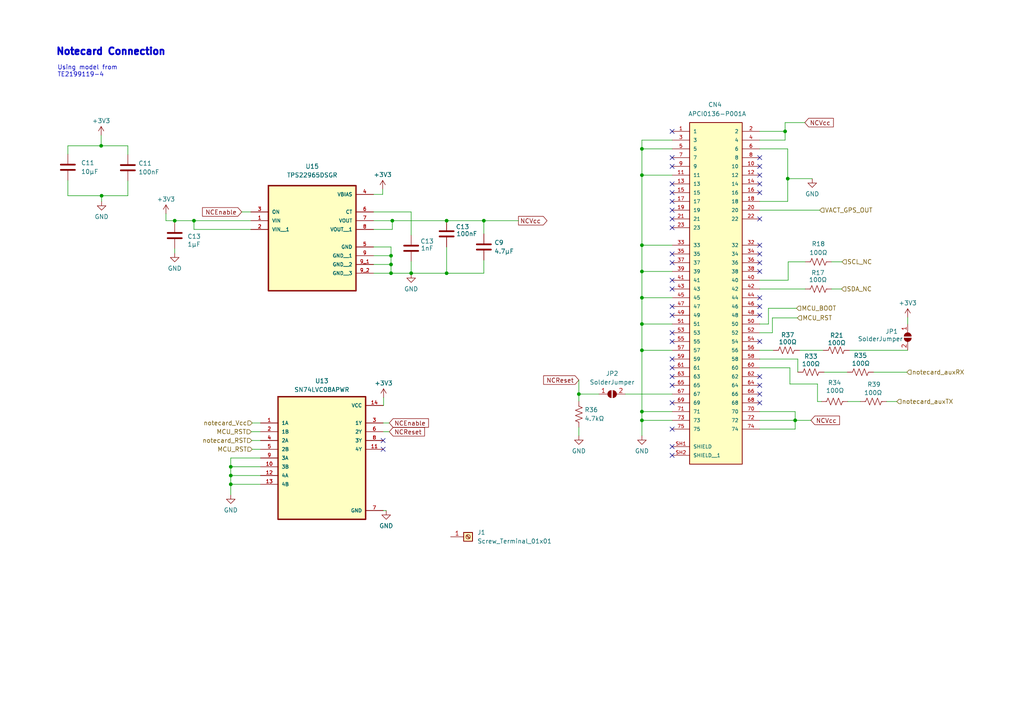
<source format=kicad_sch>
(kicad_sch (version 20230121) (generator eeschema)
  (paper "A4")
  (lib_symbols
    (symbol "2199119-4:2199119-4" (pin_names (offset 1.016))
      (property "Reference" "J" (at -7.6327 48.9766 0))
      (property "Value" "2199119-4" (at -7.6246 -53.3707 0))
      (symbol "2199119-4_0_0"
        (rectangle (start -7.62 -50.8) (end 7.62 48.26) (stroke (width 0.254)) (fill (type background)))
        (pin passive line (at -12.7 45.72 0) (length 5.08) (name "1") (number "1"))
        (pin passive line (at 12.7 35.56 180) (length 5.08) (name "10") (number "10"))
        (pin passive line (at -12.7 33.02 0) (length 5.08) (name "11") (number "11"))
        (pin passive line (at 12.7 33.02 180) (length 5.08) (name "12") (number "12"))
        (pin passive line (at -12.7 30.48 0) (length 5.08) (name "13") (number "13"))
        (pin passive line (at 12.7 30.48 180) (length 5.08) (name "14") (number "14"))
        (pin passive line (at -12.7 27.94 0) (length 5.08) (name "15") (number "15"))
        (pin passive line (at 12.7 27.94 180) (length 5.08) (name "16") (number "16"))
        (pin passive line (at -12.7 25.4 0) (length 5.08) (name "17") (number "17"))
        (pin passive line (at 12.7 25.4 180) (length 5.08) (name "18") (number "18"))
        (pin passive line (at -12.7 22.86 0) (length 5.08) (name "19") (number "19"))
        (pin passive line (at 12.7 45.72 180) (length 5.08) (name "2") (number "2"))
        (pin passive line (at 12.7 22.86 180) (length 5.08) (name "20") (number "20"))
        (pin passive line (at -12.7 20.32 0) (length 5.08) (name "21") (number "21"))
        (pin passive line (at 12.7 20.32 180) (length 5.08) (name "22") (number "22"))
        (pin passive line (at -12.7 17.78 0) (length 5.08) (name "23") (number "23"))
        (pin passive line (at -12.7 43.18 0) (length 5.08) (name "3") (number "3"))
        (pin passive line (at 12.7 12.7 180) (length 5.08) (name "32") (number "32"))
        (pin passive line (at -12.7 12.7 0) (length 5.08) (name "33") (number "33"))
        (pin passive line (at 12.7 10.16 180) (length 5.08) (name "34") (number "34"))
        (pin passive line (at -12.7 10.16 0) (length 5.08) (name "35") (number "35"))
        (pin passive line (at 12.7 7.62 180) (length 5.08) (name "36") (number "36"))
        (pin passive line (at -12.7 7.62 0) (length 5.08) (name "37") (number "37"))
        (pin passive line (at 12.7 5.08 180) (length 5.08) (name "38") (number "38"))
        (pin passive line (at -12.7 5.08 0) (length 5.08) (name "39") (number "39"))
        (pin passive line (at 12.7 43.18 180) (length 5.08) (name "4") (number "4"))
        (pin passive line (at 12.7 2.54 180) (length 5.08) (name "40") (number "40"))
        (pin passive line (at -12.7 2.54 0) (length 5.08) (name "41") (number "41"))
        (pin passive line (at 12.7 0 180) (length 5.08) (name "42") (number "42"))
        (pin passive line (at -12.7 0 0) (length 5.08) (name "43") (number "43"))
        (pin passive line (at 12.7 -2.54 180) (length 5.08) (name "44") (number "44"))
        (pin passive line (at -12.7 -2.54 0) (length 5.08) (name "45") (number "45"))
        (pin passive line (at 12.7 -5.08 180) (length 5.08) (name "46") (number "46"))
        (pin passive line (at -12.7 -5.08 0) (length 5.08) (name "47") (number "47"))
        (pin passive line (at 12.7 -7.62 180) (length 5.08) (name "48") (number "48"))
        (pin passive line (at -12.7 -7.62 0) (length 5.08) (name "49") (number "49"))
        (pin passive line (at -12.7 40.64 0) (length 5.08) (name "5") (number "5"))
        (pin passive line (at 12.7 -10.16 180) (length 5.08) (name "50") (number "50"))
        (pin passive line (at -12.7 -10.16 0) (length 5.08) (name "51") (number "51"))
        (pin passive line (at 12.7 -12.7 180) (length 5.08) (name "52") (number "52"))
        (pin passive line (at -12.7 -12.7 0) (length 5.08) (name "53") (number "53"))
        (pin passive line (at 12.7 -15.24 180) (length 5.08) (name "54") (number "54"))
        (pin passive line (at -12.7 -15.24 0) (length 5.08) (name "55") (number "55"))
        (pin passive line (at 12.7 -17.78 180) (length 5.08) (name "56") (number "56"))
        (pin passive line (at -12.7 -17.78 0) (length 5.08) (name "57") (number "57"))
        (pin passive line (at 12.7 -20.32 180) (length 5.08) (name "58") (number "58"))
        (pin passive line (at -12.7 -20.32 0) (length 5.08) (name "59") (number "59"))
        (pin passive line (at 12.7 40.64 180) (length 5.08) (name "6") (number "6"))
        (pin passive line (at 12.7 -22.86 180) (length 5.08) (name "60") (number "60"))
        (pin passive line (at -12.7 -22.86 0) (length 5.08) (name "61") (number "61"))
        (pin passive line (at 12.7 -25.4 180) (length 5.08) (name "62") (number "62"))
        (pin passive line (at -12.7 -25.4 0) (length 5.08) (name "63") (number "63"))
        (pin passive line (at 12.7 -27.94 180) (length 5.08) (name "64") (number "64"))
        (pin passive line (at -12.7 -27.94 0) (length 5.08) (name "65") (number "65"))
        (pin passive line (at 12.7 -30.48 180) (length 5.08) (name "66") (number "66"))
        (pin passive line (at -12.7 -30.48 0) (length 5.08) (name "67") (number "67"))
        (pin passive line (at 12.7 -33.02 180) (length 5.08) (name "68") (number "68"))
        (pin passive line (at -12.7 -33.02 0) (length 5.08) (name "69") (number "69"))
        (pin passive line (at -12.7 38.1 0) (length 5.08) (name "7") (number "7"))
        (pin passive line (at 12.7 -35.56 180) (length 5.08) (name "70") (number "70"))
        (pin passive line (at -12.7 -35.56 0) (length 5.08) (name "71") (number "71"))
        (pin passive line (at 12.7 -38.1 180) (length 5.08) (name "72") (number "72"))
        (pin passive line (at -12.7 -38.1 0) (length 5.08) (name "73") (number "73"))
        (pin passive line (at 12.7 -40.64 180) (length 5.08) (name "74") (number "74"))
        (pin passive line (at -12.7 -40.64 0) (length 5.08) (name "75") (number "75"))
        (pin passive line (at 12.7 38.1 180) (length 5.08) (name "8") (number "8"))
        (pin passive line (at -12.7 35.56 0) (length 5.08) (name "9") (number "9"))
        (pin passive line (at -12.7 -45.72 0) (length 5.08) (name "SHIELD") (number "SH1"))
        (pin passive line (at -12.7 -48.26 0) (length 5.08) (name "SHIELD__1") (number "SH2"))
      )
    )
    (symbol "Connector:Screw_Terminal_01x01" (pin_names (offset 1.016) hide)
      (property "Reference" "J" (at 0 2.54 0))
      (property "Value" "Screw_Terminal_01x01" (at 0 -2.54 0))
      (symbol "Screw_Terminal_01x01_1_1"
        (rectangle (start -1.27 1.27) (end 1.27 -1.27) (stroke (width 0.254)) (fill (type background)))
        (polyline (pts (xy -0.5334 0.3302) (xy 0.3302 -0.508)) (stroke (width 0.1524)))
        (polyline (pts (xy -0.3556 0.508) (xy 0.508 -0.3302)) (stroke (width 0.1524)))
        (circle (center 0 0) (radius 0.635) (stroke (width 0.1524)))
        (pin passive line (at -5.08 0 0) (length 3.81) (name "Pin_1") (number "1"))
      )
    )
    (symbol "Device:C" (pin_numbers hide) (pin_names (offset 0.254))
      (property "Reference" "C" (at 0.635 2.54 0))
      (property "Value" "C" (at 0.635 -2.54 0))
      (symbol "C_0_1"
        (polyline (pts (xy -2.032 -0.762) (xy 2.032 -0.762)) (stroke (width 0.508)))
        (polyline (pts (xy -2.032 0.762) (xy 2.032 0.762)) (stroke (width 0.508)))
      )
      (symbol "C_1_1"
        (pin passive line (at 0 3.81 270) (length 2.794) (name "~") (number "1"))
        (pin passive line (at 0 -3.81 90) (length 2.794) (name "~") (number "2"))
      )
    )
    (symbol "Device:R_US" (pin_numbers hide) (pin_names (offset 0))
      (property "Reference" "R" (at 2.54 0 90))
      (property "Value" "R_US" (at -2.54 0 90))
      (symbol "R_US_0_1"
        (polyline (pts (xy 0 -2.286) (xy 0 -2.54)))
        (polyline (pts (xy 0 2.286) (xy 0 2.54)))
        (polyline (pts (xy 0 -0.762) (xy 1.016 -1.143) (xy 0 -1.524) (xy -1.016 -1.905) (xy 0 -2.286)))
        (polyline (pts (xy 0 0.762) (xy 1.016 0.381) (xy 0 0) (xy -1.016 -0.381) (xy 0 -0.762)))
        (polyline (pts (xy 0 2.286) (xy 1.016 1.905) (xy 0 1.524) (xy -1.016 1.143) (xy 0 0.762)))
      )
      (symbol "R_US_1_1"
        (pin passive line (at 0 3.81 270) (length 1.27) (name "~") (number "1"))
        (pin passive line (at 0 -3.81 90) (length 1.27) (name "~") (number "2"))
      )
    )
    (symbol "Jumper:SolderJumper_2_Open" (pin_names (offset 0) hide)
      (property "Reference" "JP" (at 0 2.032 0))
      (property "Value" "SolderJumper_2_Open" (at 0 -2.54 0))
      (symbol "SolderJumper_2_Open_0_1"
        (arc (start -0.254 1.016) (mid -1.2656 0) (end -0.254 -1.016))
        (arc (start -0.254 1.016) (mid -1.2656 0) (end -0.254 -1.016) (fill (type outline)))
        (polyline (pts (xy -0.254 1.016) (xy -0.254 -1.016)))
        (polyline (pts (xy 0.254 1.016) (xy 0.254 -1.016)))
        (arc (start 0.254 -1.016) (mid 1.2656 0) (end 0.254 1.016))
        (arc (start 0.254 -1.016) (mid 1.2656 0) (end 0.254 1.016) (fill (type outline)))
      )
      (symbol "SolderJumper_2_Open_1_1"
        (pin passive line (at -3.81 0 0) (length 2.54) (name "A") (number "1"))
        (pin passive line (at 3.81 0 180) (length 2.54) (name "B") (number "2"))
      )
    )
    (symbol "SN74LVC08APWR:SN74LVC08APWR" (pin_names (offset 1.016))
      (property "Reference" "U" (at -12.7 18.78 0))
      (property "Value" "SN74LVC08APWR" (at -12.7 -21.78 0))
      (symbol "SN74LVC08APWR_0_0"
        (rectangle (start -12.7 -17.78) (end 12.7 17.78) (stroke (width 0.41)) (fill (type background)))
        (pin input line (at -17.78 10.16 0) (length 5.08) (name "1A") (number "1"))
        (pin input line (at -17.78 -2.54 0) (length 5.08) (name "3B") (number "10"))
        (pin output line (at 17.78 2.54 180) (length 5.08) (name "4Y") (number "11"))
        (pin input line (at -17.78 -5.08 0) (length 5.08) (name "4A") (number "12"))
        (pin input line (at -17.78 -7.62 0) (length 5.08) (name "4B") (number "13"))
        (pin power_in line (at 17.78 15.24 180) (length 5.08) (name "VCC") (number "14"))
        (pin input line (at -17.78 7.62 0) (length 5.08) (name "1B") (number "2"))
        (pin output line (at 17.78 10.16 180) (length 5.08) (name "1Y") (number "3"))
        (pin input line (at -17.78 5.08 0) (length 5.08) (name "2A") (number "4"))
        (pin input line (at -17.78 2.54 0) (length 5.08) (name "2B") (number "5"))
        (pin output line (at 17.78 7.62 180) (length 5.08) (name "2Y") (number "6"))
        (pin power_in line (at 17.78 -15.24 180) (length 5.08) (name "GND") (number "7"))
        (pin output line (at 17.78 5.08 180) (length 5.08) (name "3Y") (number "8"))
        (pin input line (at -17.78 0 0) (length 5.08) (name "3A") (number "9"))
      )
    )
    (symbol "TPS22965DSGR:TPS22965DSGR" (pin_names (offset 1.016))
      (property "Reference" "U" (at -12.7 11.16 0))
      (property "Value" "TPS22965DSGR" (at -12.7 -24.32 0))
      (symbol "TPS22965DSGR_0_0"
        (rectangle (start -12.7 -20.32) (end 12.7 10.16) (stroke (width 0.41)) (fill (type background)))
        (pin input line (at -17.78 0 0) (length 5.08) (name "VIN") (number "1"))
        (pin input line (at -17.78 -2.54 0) (length 5.08) (name "VIN__1") (number "2"))
        (pin input line (at -17.78 2.54 0) (length 5.08) (name "ON") (number "3"))
        (pin power_in line (at 17.78 7.62 180) (length 5.08) (name "VBIAS") (number "4"))
        (pin power_in line (at 17.78 -7.62 180) (length 5.08) (name "GND") (number "5"))
        (pin output line (at 17.78 2.54 180) (length 5.08) (name "CT") (number "6"))
        (pin output line (at 17.78 0 180) (length 5.08) (name "VOUT") (number "7"))
        (pin output line (at 17.78 -2.54 180) (length 5.08) (name "VOUT__1") (number "8"))
        (pin power_in line (at 17.78 -10.16 180) (length 5.08) (name "GND__1") (number "9"))
        (pin power_in line (at 17.78 -12.7 180) (length 5.08) (name "GND__2") (number "9_1"))
        (pin power_in line (at 17.78 -15.24 180) (length 5.08) (name "GND__3") (number "9_2"))
      )
    )
    (symbol "power:+3V3" (power) (pin_names (offset 0))
      (property "Value" "+3V3" (at 0 3.556 0))
      (symbol "+3V3_0_1"
        (polyline (pts (xy -0.762 1.27) (xy 0 2.54)))
        (polyline (pts (xy 0 0) (xy 0 2.54)))
        (polyline (pts (xy 0 2.54) (xy 0.762 1.27)))
      )
      (symbol "+3V3_1_1"
        (pin power_in line (at 0 0 90) (length 0) hide (name "+3V3") (number "1"))
      )
    )
    (symbol "power:GND" (power) (pin_names (offset 0))
      (property "Value" "GND" (at 0 -3.81 0))
      (symbol "GND_0_1"
        (polyline (pts (xy 0 0) (xy 0 -1.27) (xy 1.27 -1.27) (xy 0 -2.54) (xy -1.27 -1.27) (xy 0 -1.27)))
      )
      (symbol "GND_1_1"
        (pin power_in line (at 0 0 270) (length 0) hide (name "GND") (number "1"))
      )
    )
  )
  (junction (at 228.473 51.816))
  (junction (at 66.929 140.462))
  (junction (at 186.182 50.8))
  (junction (at 186.182 101.6))
  (junction (at 66.929 135.382))
  (junction (at 227.711 38.1))
  (junction (at 56.261 64.008))
  (junction (at 119.253 79.248))
  (junction (at 167.894 114.3))
  (junction (at 186.182 71.12))
  (junction (at 29.337 42.291))
  (junction (at 230.632 121.92))
  (junction (at 113.792 64.008))
  (junction (at 29.464 56.769))
  (junction (at 186.182 119.38))
  (junction (at 186.182 78.74))
  (junction (at 129.54 64.008))
  (junction (at 113.411 76.708))
  (junction (at 186.182 93.98))
  (junction (at 129.54 79.248))
  (junction (at 140.335 64.008))
  (junction (at 186.182 43.18))
  (junction (at 113.411 74.168))
  (junction (at 186.182 86.36))
  (junction (at 186.182 121.92))
  (junction (at 50.673 64.008))
  (junction (at 66.929 137.922))
  (junction (at 113.411 79.248))
  (no_connect (at 194.945 48.26))
  (no_connect (at 194.945 132.08))
  (no_connect (at 194.945 96.52))
  (no_connect (at 220.345 55.88))
  (no_connect (at 194.945 129.54))
  (no_connect (at 194.945 81.28))
  (no_connect (at 194.945 38.1))
  (no_connect (at 194.945 58.42))
  (no_connect (at 194.945 111.76))
  (no_connect (at 220.345 45.72))
  (no_connect (at 194.945 76.2))
  (no_connect (at 194.945 116.84))
  (no_connect (at 220.345 71.12))
  (no_connect (at 220.345 116.84))
  (no_connect (at 220.345 76.2))
  (no_connect (at 220.345 99.06))
  (no_connect (at 194.945 104.14))
  (no_connect (at 194.945 124.46))
  (no_connect (at 220.345 53.34))
  (no_connect (at 220.345 91.44))
  (no_connect (at 194.945 88.9))
  (no_connect (at 194.945 53.34))
  (no_connect (at 220.345 86.36))
  (no_connect (at 111.125 127.762))
  (no_connect (at 194.945 83.82))
  (no_connect (at 111.125 130.302))
  (no_connect (at 220.345 50.8))
  (no_connect (at 220.345 109.22))
  (no_connect (at 194.945 99.06))
  (no_connect (at 194.945 66.04))
  (no_connect (at 220.345 88.9))
  (no_connect (at 194.945 109.22))
  (no_connect (at 194.945 60.96))
  (no_connect (at 220.345 63.5))
  (no_connect (at 194.945 45.72))
  (no_connect (at 220.345 114.3))
  (no_connect (at 194.945 63.5))
  (no_connect (at 194.945 91.44))
  (no_connect (at 220.345 48.26))
  (no_connect (at 194.945 55.88))
  (no_connect (at 220.345 111.76))
  (no_connect (at 220.345 78.74))
  (no_connect (at 194.945 106.68))
  (no_connect (at 220.345 73.66))
  (no_connect (at 194.945 73.66))
  (wire (pts (xy 194.945 121.92) (xy 186.182 121.92)))
  (wire (pts (xy 220.345 81.28) (xy 228.6 81.28)))
  (wire (pts (xy 111.125 122.682) (xy 112.903 122.682)))
  (wire (pts (xy 186.182 50.8) (xy 186.182 71.12)))
  (wire (pts (xy 113.792 64.008) (xy 108.331 64.008)))
  (wire (pts (xy 129.54 71.628) (xy 129.54 79.248)))
  (wire (pts (xy 239.014 107.95) (xy 245.745 107.95)))
  (wire (pts (xy 72.898 125.222) (xy 75.565 125.222)))
  (wire (pts (xy 186.182 43.18) (xy 186.182 50.8)))
  (wire (pts (xy 111.252 117.602) (xy 111.125 117.602)))
  (wire (pts (xy 29.464 56.769) (xy 37.084 56.769)))
  (wire (pts (xy 220.345 60.96) (xy 237.744 60.96)))
  (wire (pts (xy 112.903 125.222) (xy 111.125 125.222)))
  (wire (pts (xy 50.673 64.008) (xy 56.261 64.008)))
  (wire (pts (xy 228.6 75.946) (xy 233.553 75.946)))
  (wire (pts (xy 70.104 61.468) (xy 72.771 61.468)))
  (wire (pts (xy 167.894 114.3) (xy 173.736 114.3)))
  (wire (pts (xy 237.109 116.459) (xy 238.252 116.459)))
  (wire (pts (xy 229.108 106.68) (xy 229.108 111.379)))
  (wire (pts (xy 108.331 79.248) (xy 113.411 79.248)))
  (wire (pts (xy 194.945 78.74) (xy 186.182 78.74)))
  (wire (pts (xy 194.945 43.18) (xy 186.182 43.18)))
  (wire (pts (xy 29.337 42.291) (xy 29.337 39.243)))
  (wire (pts (xy 19.685 52.324) (xy 19.685 56.769)))
  (wire (pts (xy 29.464 56.769) (xy 29.464 58.42)))
  (wire (pts (xy 19.685 42.291) (xy 29.337 42.291)))
  (wire (pts (xy 186.182 71.12) (xy 194.945 71.12)))
  (wire (pts (xy 231.013 89.408) (xy 222.885 89.408)))
  (wire (pts (xy 231.902 101.6) (xy 238.76 101.6)))
  (wire (pts (xy 263.017 107.95) (xy 253.365 107.95)))
  (wire (pts (xy 228.473 43.18) (xy 228.473 51.816)))
  (wire (pts (xy 113.411 71.628) (xy 113.411 74.168)))
  (wire (pts (xy 66.929 137.922) (xy 66.929 140.462)))
  (wire (pts (xy 56.261 66.548) (xy 72.771 66.548)))
  (wire (pts (xy 73.152 122.682) (xy 75.565 122.682)))
  (wire (pts (xy 263.271 92.075) (xy 263.271 93.98)))
  (wire (pts (xy 140.335 64.008) (xy 150.368 64.008)))
  (wire (pts (xy 228.473 51.816) (xy 235.585 51.816)))
  (wire (pts (xy 227.711 38.1) (xy 227.711 40.64)))
  (wire (pts (xy 194.945 93.98) (xy 186.182 93.98)))
  (wire (pts (xy 108.331 76.708) (xy 113.411 76.708)))
  (wire (pts (xy 29.337 42.291) (xy 37.084 42.291)))
  (wire (pts (xy 186.182 101.6) (xy 186.182 119.38)))
  (wire (pts (xy 237.109 111.379) (xy 237.109 116.459)))
  (wire (pts (xy 113.792 64.008) (xy 113.792 66.548)))
  (wire (pts (xy 227.711 35.56) (xy 227.711 38.1)))
  (wire (pts (xy 233.426 35.56) (xy 227.711 35.56)))
  (wire (pts (xy 113.792 64.008) (xy 129.54 64.008)))
  (wire (pts (xy 220.345 121.92) (xy 230.632 121.92)))
  (wire (pts (xy 220.345 124.46) (xy 230.632 124.46)))
  (wire (pts (xy 50.673 64.008) (xy 50.673 64.516)))
  (wire (pts (xy 194.945 101.6) (xy 186.182 101.6)))
  (wire (pts (xy 73.152 130.302) (xy 75.565 130.302)))
  (wire (pts (xy 167.894 110.236) (xy 167.894 114.3)))
  (wire (pts (xy 129.54 64.008) (xy 140.335 64.008)))
  (wire (pts (xy 108.331 66.548) (xy 113.792 66.548)))
  (wire (pts (xy 186.182 86.36) (xy 186.182 93.98)))
  (wire (pts (xy 48.133 64.008) (xy 50.673 64.008)))
  (wire (pts (xy 186.182 78.74) (xy 186.182 86.36)))
  (wire (pts (xy 230.632 119.38) (xy 230.632 121.92)))
  (wire (pts (xy 245.872 116.459) (xy 249.555 116.459)))
  (wire (pts (xy 19.685 44.704) (xy 19.685 42.291)))
  (wire (pts (xy 111.252 115.316) (xy 111.252 117.602)))
  (wire (pts (xy 241.173 75.946) (xy 244.221 75.946)))
  (wire (pts (xy 220.345 96.52) (xy 224.028 96.52)))
  (wire (pts (xy 113.411 74.168) (xy 113.411 76.708)))
  (wire (pts (xy 186.182 40.64) (xy 186.182 43.18)))
  (wire (pts (xy 186.182 71.12) (xy 186.182 78.74)))
  (wire (pts (xy 48.133 61.976) (xy 48.133 64.008)))
  (wire (pts (xy 110.998 56.388) (xy 108.331 56.388)))
  (wire (pts (xy 229.108 111.379) (xy 237.109 111.379)))
  (wire (pts (xy 56.261 64.008) (xy 72.771 64.008)))
  (wire (pts (xy 186.182 93.98) (xy 186.182 101.6)))
  (wire (pts (xy 108.331 71.628) (xy 113.411 71.628)))
  (wire (pts (xy 220.345 38.1) (xy 227.711 38.1)))
  (wire (pts (xy 66.929 143.51) (xy 66.929 140.462)))
  (wire (pts (xy 222.885 89.408) (xy 222.885 93.98)))
  (wire (pts (xy 167.894 114.3) (xy 167.894 116.332)))
  (wire (pts (xy 140.335 75.438) (xy 140.335 79.248)))
  (wire (pts (xy 108.331 74.168) (xy 113.411 74.168)))
  (wire (pts (xy 246.38 101.6) (xy 263.271 101.6)))
  (wire (pts (xy 167.894 123.952) (xy 167.894 126.365)))
  (wire (pts (xy 194.945 86.36) (xy 186.182 86.36)))
  (wire (pts (xy 37.084 42.291) (xy 37.084 44.831)))
  (wire (pts (xy 66.929 135.382) (xy 66.929 137.922)))
  (wire (pts (xy 75.565 140.462) (xy 66.929 140.462)))
  (wire (pts (xy 66.929 132.842) (xy 66.929 135.382)))
  (wire (pts (xy 220.345 43.18) (xy 228.473 43.18)))
  (wire (pts (xy 220.345 106.68) (xy 229.108 106.68)))
  (wire (pts (xy 119.253 68.199) (xy 119.253 61.468)))
  (wire (pts (xy 220.345 119.38) (xy 230.632 119.38)))
  (wire (pts (xy 113.411 79.248) (xy 119.253 79.248)))
  (wire (pts (xy 66.929 135.382) (xy 75.565 135.382)))
  (wire (pts (xy 222.885 93.98) (xy 220.345 93.98)))
  (wire (pts (xy 194.945 119.38) (xy 186.182 119.38)))
  (wire (pts (xy 37.084 56.769) (xy 37.084 52.451)))
  (wire (pts (xy 220.345 83.82) (xy 233.553 83.82)))
  (wire (pts (xy 56.261 64.008) (xy 56.261 66.548)))
  (wire (pts (xy 119.253 79.248) (xy 119.253 79.375)))
  (wire (pts (xy 119.253 75.819) (xy 119.253 79.248)))
  (wire (pts (xy 220.345 104.14) (xy 231.394 104.14)))
  (wire (pts (xy 110.998 54.864) (xy 110.998 56.388)))
  (wire (pts (xy 220.345 40.64) (xy 227.711 40.64)))
  (wire (pts (xy 50.673 72.136) (xy 50.673 73.406)))
  (wire (pts (xy 220.345 101.6) (xy 224.282 101.6)))
  (wire (pts (xy 113.411 76.708) (xy 113.411 79.248)))
  (wire (pts (xy 230.632 121.92) (xy 235.204 121.92)))
  (wire (pts (xy 140.335 79.248) (xy 129.54 79.248)))
  (wire (pts (xy 230.632 121.92) (xy 230.632 124.46)))
  (wire (pts (xy 194.945 50.8) (xy 186.182 50.8)))
  (wire (pts (xy 73.025 127.762) (xy 75.565 127.762)))
  (wire (pts (xy 186.182 119.38) (xy 186.182 121.92)))
  (wire (pts (xy 186.182 40.64) (xy 194.945 40.64)))
  (wire (pts (xy 66.929 137.922) (xy 75.565 137.922)))
  (wire (pts (xy 19.685 56.769) (xy 29.464 56.769)))
  (wire (pts (xy 228.6 81.28) (xy 228.6 75.946)))
  (wire (pts (xy 75.565 132.842) (xy 66.929 132.842)))
  (wire (pts (xy 186.182 121.92) (xy 186.182 126.365)))
  (wire (pts (xy 119.253 61.468) (xy 108.331 61.468)))
  (wire (pts (xy 224.028 92.202) (xy 224.028 96.52)))
  (wire (pts (xy 257.175 116.459) (xy 260.096 116.459)))
  (wire (pts (xy 140.335 67.818) (xy 140.335 64.008)))
  (wire (pts (xy 111.125 148.082) (xy 112.014 148.082)))
  (wire (pts (xy 220.345 58.42) (xy 228.473 58.42)))
  (wire (pts (xy 129.54 79.248) (xy 119.253 79.248)))
  (wire (pts (xy 228.473 58.42) (xy 228.473 51.816)))
  (wire (pts (xy 231.267 92.202) (xy 224.028 92.202)))
  (wire (pts (xy 181.356 114.3) (xy 194.945 114.3)))
  (wire (pts (xy 231.394 104.14) (xy 231.394 107.95)))
  (wire (pts (xy 241.173 83.82) (xy 244.094 83.82)))
  (text "Using model from \nTE2199119-4" (at 16.637 22.479 0) (effects (font (size 1.27 1.27)) (justify left bottom)))
  (text "Notecard Connection" (at 16.129 16.256 0) (effects (font (size 2 2) (thickness 0.508) bold) (justify left bottom)))
  (global_label "NCEnable" (shape input) (at 112.903 122.682 0) (property "Intersheetrefs" "${INTERSHEET_REFS}" (effects hide)))
  (global_label "NCVcc" (shape output) (at 150.368 64.008 0) (property "Intersheetrefs" "${INTERSHEET_REFS}" (effects hide)))
  (global_label "NCReset" (shape input) (at 112.903 125.222 0) (property "Intersheetrefs" "${INTERSHEET_REFS}" (effects hide)))
  (global_label "NCVcc" (shape input) (at 233.426 35.56 0) (property "Intersheetrefs" "${INTERSHEET_REFS}" (effects hide)))
  (global_label "NCReset" (shape input) (at 167.894 110.236 180) (property "Intersheetrefs" "${INTERSHEET_REFS}" (effects hide)))
  (global_label "NCEnable" (shape input) (at 70.104 61.468 180) (property "Intersheetrefs" "${INTERSHEET_REFS}" (effects hide)))
  (global_label "NCVcc" (shape input) (at 235.204 121.92 0) (property "Intersheetrefs" "${INTERSHEET_REFS}" (effects hide)))
  (hierarchical_label "MCU_RST" (shape input) (at 72.898 125.222 180))
  (hierarchical_label "SCL_NC" (shape input) (at 244.221 75.946 0))
  (hierarchical_label "MCU_RST" (shape input) (at 73.152 130.302 180))
  (hierarchical_label "notecard_auxTX" (shape input) (at 260.096 116.459 0))
  (hierarchical_label "MCU_BOOT" (shape input) (at 231.013 89.408 0))
  (hierarchical_label "notecard_RST" (shape input) (at 73.025 127.762 180))
  (hierarchical_label "notecard_auxRX" (shape input) (at 263.017 107.95 0))
  (hierarchical_label "VACT_GPS_OUT" (shape input) (at 237.744 60.96 0))
  (hierarchical_label "SDA_NC" (shape input) (at 244.094 83.82 0))
  (hierarchical_label "MCU_RST" (shape input) (at 231.267 92.202 0))
  (hierarchical_label "notecard_Vcc" (shape input) (at 73.152 122.682 180))
  (symbol (lib_id "Device:C") (at 129.54 67.818 0) (unit 1)
    (property "Reference" "C13" (at 132.207 65.786 0) (effects (justify left)))
    (property "Value" "100nF" (at 132.334 67.818 0) (effects (justify left)))
    (property "Footprint" "Capacitor_SMD:C_0603_1608Metric" (effects hide))
    (property "Manufacturer" "YAGEO" (effects hide))
    (property "MFG Part#" "CC0603KRX7R9BB104" (effects hide))
    (property "Description" "50V 100nF X7R ±10% 0603 Multilayer Ceramic Capacitors MLCC - SMD/SMT ROHS" (effects hide))
    (property "Package" "0603" (effects hide))
    (property "LCSC" "C14663" (effects hide))
    (instances (project "Taz Main PCB V1.14" (path "" (reference "C13") (unit 1)) (path "" (reference "C13") (unit 1)) (path "" (reference "C29") (unit 1))))
  )
  (symbol (lib_id "Device:C") (at 37.084 48.641 0) (unit 1)
    (property "Reference" "C11" (at 40.132 47.371 0) (effects (justify left)))
    (property "Value" "100nF" (at 40.132 49.911 0) (effects (justify left)))
    (property "Footprint" "Capacitor_SMD:C_0603_1608Metric" (effects hide))
    (property "Manufacturer" "YAGEO" (effects hide))
    (property "MFG Part#" "CC0603KRX7R9BB104" (effects hide))
    (property "Description" "50V 100nF X7R ±10% 0603 Multilayer Ceramic Capacitors MLCC - SMD/SMT ROHS" (effects hide))
    (property "Package" "0603" (effects hide))
    (property "LCSC" "C14663" (effects hide))
    (instances (project "Taz Main PCB V1.14" (path "" (reference "C11") (unit 1)) (path "" (reference "C19") (unit 1))))
  )
  (symbol (lib_id "Device:R_US") (at 167.894 120.142 0) (unit 1)
    (property "Reference" "R36" (at 169.545 118.872 0) (effects (justify left)))
    (property "Value" "4.7kΩ" (at 169.545 121.412 0) (effects (justify left)))
    (property "Footprint" "Resistor_SMD:R_0805_2012Metric" (effects hide))
    (property "Manufacturer" "YAGEO" (effects hide))
    (property "MFG Part#" "RC0805FR-074K7L" (effects hide))
    (property "Description" "125mW Thick Film Resistor 150V ±100ppm/℃ ±1% 4.7kΩ 0805 Chip Resistor - Surface Mount ROHS" (effects hide))
    (property "Package" "0805" (effects hide))
    (property "LCSC" "C60816" (effects hide))
  )
  (symbol (lib_id "TPS22965DSGR:TPS22965DSGR") (at 90.551 64.008 0) (unit 1)
    (property "Reference" "U15" (at 90.551 48.26 0))
    (property "Value" "TPS22965DSGR" (at 90.551 50.8 0))
    (property "Footprint" "TPS22965DSGR(1):SON50P200X200X80-9N" (effects hide))
    (property "Datasheet" "https://lcsc.com/datasheet/lcsc_datasheet_2410121901_TI-TPS22965DSGR_C122837.pdf" (effects hide))
    (property "Manufacturer" "TI" (effects hide))
    (property "MFG Part#" "TPS22965DSGR" (effects hide))
    (property "Description" "800mV~5.7V 16mΩ 6A Active High 1 Load Switch UDFN-8-EP(2x2) Power Distribution Switches ROHS" (effects hide))
    (property "Package" "UDFN-8-EP(2x2)" (effects hide))
    (property "LCSC" "C122837" (effects hide))
  )
  (symbol (lib_id "Device:C") (at 19.685 48.514 0) (unit 1)
    (property "Reference" "C11" (at 23.495 47.244 0) (effects (justify left)))
    (property "Value" "10µF" (at 23.495 49.784 0) (effects (justify left)))
    (property "Footprint" "Capacitor_SMD:C_0805_2012Metric" (effects hide))
    (property "Manufacturer" "Samsung Electro-Mechanics" (effects hide))
    (property "MFG Part#" "CL21A106KBYQNNE" (effects hide))
    (property "Description" "50V 10uF X5R ±10% 0805 Multilayer Ceramic Capacitors MLCC - SMD/SMT ROHS" (effects hide))
    (property "Package" "0805" (effects hide))
    (property "LCSC" "C2932476" (effects hide))
    (instances (project "Taz Main PCB V1.14" (path "" (reference "C11") (unit 1)) (path "" (reference "C24") (unit 1))))
  )
  (symbol (lib_id "power:GND") (at 50.673 73.406 0) (unit 1)
    (property "Reference" "#PWR038" (effects hide))
    (property "Value" "GND" (at 50.673 77.851 0))
    (instances (project "Taz Main PCB V1.14" (path "" (reference "#PWR038") (unit 1)) (path "" (reference "#PWR082") (unit 1))))
  )
  (symbol (lib_id "power:GND") (at 186.182 126.365 0) (unit 1)
    (property "Reference" "#PWR038" (effects hide))
    (property "Value" "GND" (at 186.182 130.81 0))
    (instances (project "Taz Main PCB V1.14" (path "" (reference "#PWR038") (unit 1)) (path "" (reference "#PWR042") (unit 1))))
  )
  (symbol (lib_id "Jumper:SolderJumper_2_Open") (at 263.271 97.79 270) (unit 1)
    (property "Reference" "JP1" (at 256.794 96.139 90) (effects (justify left)))
    (property "Value" "SolderJumper" (at 248.793 98.298 90) (effects (justify left)))
    (property "Footprint" "Jumper:SolderJumper-2_P1.3mm_Open_Pad1.0x1.5mm" (effects hide))
    (instances (project "Taz Main PCB V1.14" (path "" (reference "JP1") (unit 1)) (path "" (reference "JP4") (unit 1))))
  )
  (symbol (lib_id "2199119-4:2199119-4") (at 207.645 83.82 0) (unit 1)
    (property "Reference" "CN4" (at 207.391 30.353 0))
    (property "Value" "APCI0136-P001A" (at 208.026 33.02 0))
    (property "Footprint" "2199119_4(1):TE_2199119-4" (effects hide))
    (property "Datasheet" "https://lcsc.com/datasheet/lcsc_datasheet_2412090915_LOTES-APCI0136-P001A_C841670.pdf" (effects hide))
    (property "Manufacturer" "LOTES" (effects hide))
    (property "MFG Part#" "APCI0136-P001A" (effects hide))
    (property "Description" "SMD,P=0.5mm,Surface Mount,Right Angle Hard Disk Connector (SAS/SATA/M.2) ROHS" (effects hide))
    (property "Package" "SMD,P=0.5mm,Surface Mount,Right Angle" (effects hide))
    (property "LCSC" "C841670" (effects hide))
  )
  (symbol (lib_id "Device:C") (at 140.335 71.628 0) (unit 1)
    (property "Reference" "C9" (at 143.383 70.358 0) (effects (justify left)))
    (property "Value" "4.7µF" (at 143.383 72.898 0) (effects (justify left)))
    (property "Footprint" "Capacitor_SMD:C_0402_1005Metric" (effects hide))
    (property "Manufacturer" "Samsung Electro-Mechanics" (effects hide))
    (property "MFG Part#" "CL05A475MP5NRNC" (effects hide))
    (property "Description" "10V 4.7uF X5R ±20% 0402 Multilayer Ceramic Capacitors MLCC - SMD/SMT ROHS" (effects hide))
    (property "Package" "0402" (effects hide))
    (property "LCSC" "C23733" (effects hide))
    (instances (project "Taz Main PCB V1.14" (path "" (reference "C9") (unit 1)) (path "" (reference "C9") (unit 1)) (path "" (reference "C34") (unit 1))))
  )
  (symbol (lib_id "power:GND") (at 66.929 143.51 0) (unit 1)
    (property "Reference" "#PWR038" (effects hide))
    (property "Value" "GND" (at 66.929 147.955 0))
    (instances (project "Taz Main PCB V1.14" (path "" (reference "#PWR038") (unit 1)) (path "" (reference "#PWR083") (unit 1))))
  )
  (symbol (lib_id "Device:C") (at 50.673 68.326 0) (unit 1)
    (property "Reference" "C13" (at 54.356 68.58 0) (effects (justify left)))
    (property "Value" "1µF" (at 54.356 70.866 0) (effects (justify left)))
    (property "Footprint" "Capacitor_SMD:C_0603_1608Metric" (effects hide))
    (property "Manufacturer" "Samsung Electro-Mechanics" (effects hide))
    (property "MFG Part#" "CL10A105KA8NNNC" (effects hide))
    (property "Description" "25V 1uF X5R ±10% 0603 Multilayer Ceramic Capacitors MLCC - SMD/SMT ROHS" (effects hide))
    (property "Package" "0603" (effects hide))
    (property "LCSC" "C5673" (effects hide))
    (instances (project "Taz Main PCB V1.14" (path "" (reference "C13") (unit 1)) (path "" (reference "C13") (unit 1)) (path "" (reference "C28") (unit 1))))
  )
  (symbol (lib_id "power:GND") (at 112.014 148.082 0) (unit 1)
    (property "Reference" "#PWR038" (effects hide))
    (property "Value" "GND" (at 112.014 152.527 0))
    (instances (project "Taz Main PCB V1.14" (path "" (reference "#PWR038") (unit 1)) (path "" (reference "#PWR080") (unit 1))))
  )
  (symbol (lib_id "power:+3V3") (at 111.252 115.316 0) (unit 1)
    (property "Reference" "#PWR035" (effects hide))
    (property "Value" "+3V3" (at 111.252 111.125 0))
    (instances (project "Taz Main PCB V1.14" (path "" (reference "#PWR035") (unit 1)) (path "" (reference "#PWR079") (unit 1))))
  )
  (symbol (lib_id "Device:R_US") (at 237.363 75.946 90) (unit 1)
    (property "Reference" "R18" (at 237.363 70.739 90))
    (property "Value" "100Ω" (at 237.363 73.279 90))
    (property "Footprint" "Resistor_SMD:R_0805_2012Metric" (effects hide))
    (property "Manufacturer" "UNI-ROYAL" (effects hide))
    (property "MFG Part#" "0805W8F1000T5E" (effects hide))
    (property "Description" "125mW Thick Film Resistor 150V ±100ppm/℃ ±1% 100Ω 0805 Chip Resistor - Surface Mount ROHS" (effects hide))
    (property "Package" "0805" (effects hide))
    (property "LCSC" "C17408" (effects hide))
  )
  (symbol (lib_id "Device:R_US") (at 242.57 101.6 90) (unit 1)
    (property "Reference" "R21" (at 242.697 97.282 90))
    (property "Value" "100Ω" (at 242.697 99.441 90))
    (property "Footprint" "Resistor_SMD:R_0603_1608Metric" (effects hide))
    (property "Manufacturer" "UNI-ROYAL" (effects hide))
    (property "MFG Part#" "0603WAF1000T5E" (effects hide))
    (property "Description" "100mW Thick Film Resistor 75V ±1% ±100ppm/℃ 100Ω 0603 Chip Resistor - Surface Mount ROHS" (effects hide))
    (property "Package" "0603" (effects hide))
    (property "LCSC" "C22775" (effects hide))
  )
  (symbol (lib_id "power:GND") (at 119.253 79.375 0) (unit 1)
    (property "Reference" "#PWR038" (effects hide))
    (property "Value" "GND" (at 119.253 83.82 0))
    (instances (project "Taz Main PCB V1.14" (path "" (reference "#PWR038") (unit 1)) (path "" (reference "#PWR043") (unit 1))))
  )
  (symbol (lib_id "Connector:Screw_Terminal_01x01") (at 135.763 155.702 0) (unit 1)
    (property "Reference" "J1" (at 138.43 154.432 0) (effects (justify left)))
    (property "Value" "Screw_Terminal_01x01" (at 138.43 156.972 0) (effects (justify left)))
    (property "Footprint" "RootCustomizeFootprint:Round nut stand off" (effects hide))
    (property "Datasheet" "https://www.lcsc.com/datasheet/C2915632.pdf" (effects hide))
    (property "Manufacturer" "ZHONGYI" (effects hide))
    (property "MFG Part#" "M3*2.5-cu" (effects hide))
    (property "Description" "M3*2.5 Tin-Plated Copper - Patch round nut" (effects hide))
    (property "LCSC" "C7528082" (effects hide))
  )
  (symbol (lib_id "power:GND") (at 167.894 126.365 0) (unit 1)
    (property "Reference" "#PWR039" (effects hide))
    (property "Value" "GND" (at 167.894 130.81 0))
    (instances (project "Taz Main PCB V1.14" (path "" (reference "#PWR039") (unit 1)) (path "" (reference "#PWR041") (unit 1))))
  )
  (symbol (lib_id "Device:R_US") (at 253.365 116.459 90) (unit 1)
    (property "Reference" "R39" (at 253.492 111.506 90))
    (property "Value" "100Ω" (at 253.238 113.919 90))
    (property "Footprint" "Resistor_SMD:R_0603_1608Metric" (effects hide))
    (property "Manufacturer" "UNI-ROYAL" (effects hide))
    (property "MFG Part#" "0603WAF1000T5E" (effects hide))
    (property "Description" "100mW Thick Film Resistor 75V ±1% ±100ppm/℃ 100Ω 0603 Chip Resistor - Surface Mount ROHS" (effects hide))
    (property "Package" "0603" (effects hide))
    (property "LCSC" "C22775" (effects hide))
  )
  (symbol (lib_id "Device:R_US") (at 242.062 116.459 90) (unit 1)
    (property "Reference" "R34" (at 242.062 110.998 90))
    (property "Value" "100Ω" (at 242.189 113.284 90))
    (property "Footprint" "Resistor_SMD:R_0603_1608Metric" (effects hide))
    (property "Manufacturer" "UNI-ROYAL" (effects hide))
    (property "MFG Part#" "0603WAF1000T5E" (effects hide))
    (property "Description" "100mW Thick Film Resistor 75V ±1% ±100ppm/℃ 100Ω 0603 Chip Resistor - Surface Mount ROHS" (effects hide))
    (property "Package" "0603" (effects hide))
    (property "LCSC" "C22775" (effects hide))
  )
  (symbol (lib_id "power:GND") (at 29.464 58.42 0) (unit 1)
    (property "Reference" "#PWR038" (effects hide))
    (property "Value" "GND" (at 29.464 62.865 0))
    (instances (project "Taz Main PCB V1.14" (path "" (reference "#PWR038") (unit 1)) (path "" (reference "#PWR036") (unit 1))))
  )
  (symbol (lib_id "Device:R_US") (at 235.204 107.95 90) (unit 1)
    (property "Reference" "R33" (at 235.204 103.378 90))
    (property "Value" "100Ω" (at 235.204 105.537 90))
    (property "Footprint" "Resistor_SMD:R_0603_1608Metric" (effects hide))
    (property "Manufacturer" "UNI-ROYAL" (effects hide))
    (property "MFG Part#" "0603WAF1000T5E" (effects hide))
    (property "Description" "100mW Thick Film Resistor 75V ±1% ±100ppm/℃ 100Ω 0603 Chip Resistor - Surface Mount ROHS" (effects hide))
    (property "Package" "0603" (effects hide))
    (property "LCSC" "C22775" (effects hide))
  )
  (symbol (lib_id "power:+3V3") (at 263.271 92.075 0) (unit 1)
    (property "Reference" "#PWR040" (effects hide))
    (property "Value" "+3V3" (at 263.271 87.884 0))
    (instances (project "Taz Main PCB V1.14" (path "" (reference "#PWR040") (unit 1)) (path "" (reference "#PWR046") (unit 1))))
  )
  (symbol (lib_id "Device:R_US") (at 228.092 101.6 90) (unit 1)
    (property "Reference" "R37" (at 228.473 97.155 90))
    (property "Value" "100Ω" (at 228.473 99.187 90))
    (property "Footprint" "Resistor_SMD:R_0603_1608Metric" (effects hide))
    (property "Manufacturer" "UNI-ROYAL" (effects hide))
    (property "MFG Part#" "0603WAF1000T5E" (effects hide))
    (property "Description" "100mW Thick Film Resistor 75V ±1% ±100ppm/℃ 100Ω 0603 Chip Resistor - Surface Mount ROHS" (effects hide))
    (property "Package" "0603" (effects hide))
    (property "LCSC" "C22775" (effects hide))
  )
  (symbol (lib_id "power:+3V3") (at 110.998 54.864 0) (unit 1)
    (property "Reference" "#PWR035" (effects hide))
    (property "Value" "+3V3" (at 110.998 50.673 0))
    (instances (project "Taz Main PCB V1.14" (path "" (reference "#PWR035") (unit 1)) (path "" (reference "#PWR081") (unit 1))))
  )
  (symbol (lib_id "Device:C") (at 119.253 72.009 0) (unit 1)
    (property "Reference" "C13" (at 121.92 69.977 0) (effects (justify left)))
    (property "Value" "1nF" (at 122.047 72.009 0) (effects (justify left)))
    (property "Footprint" "Capacitor_SMD:C_0603_1608Metric" (effects hide))
    (property "Manufacturer" "YAGEO" (effects hide))
    (property "MFG Part#" "CC0603KRX7R9BB102" (effects hide))
    (property "Description" "50V 1nF X7R ±10% 0603 Multilayer Ceramic Capacitors MLCC - SMD/SMT ROHS" (effects hide))
    (property "Package" "0603" (effects hide))
    (property "LCSC" "C100040" (effects hide))
    (instances (project "Taz Main PCB V1.14" (path "" (reference "C13") (unit 1)) (path "" (reference "C13") (unit 1)) (path "" (reference "C27") (unit 1))))
  )
  (symbol (lib_id "Jumper:SolderJumper_2_Open") (at 177.546 114.3 0) (unit 1)
    (property "Reference" "JP2" (at 177.546 108.331 0))
    (property "Value" "SolderJumper" (at 177.546 110.871 0))
    (property "Footprint" "Jumper:SolderJumper-2_P1.3mm_Open_Pad1.0x1.5mm" (effects hide))
    (instances (project "Taz Main PCB V1.14" (path "" (reference "JP2") (unit 1)) (path "" (reference "JP3") (unit 1))))
  )
  (symbol (lib_id "power:GND") (at 235.585 51.816 0) (unit 1)
    (property "Reference" "#PWR036" (effects hide))
    (property "Value" "GND" (at 235.585 56.261 0))
    (instances (project "Taz Main PCB V1.14" (path "" (reference "#PWR036") (unit 1)) (path "" (reference "#PWR045") (unit 1))))
  )
  (symbol (lib_id "Device:R_US") (at 237.363 83.82 90) (unit 1)
    (property "Reference" "R17" (at 237.236 79.121 90))
    (property "Value" "100Ω" (at 237.236 81.153 90))
    (property "Footprint" "Resistor_SMD:R_0805_2012Metric" (effects hide))
    (property "Manufacturer" "UNI-ROYAL" (effects hide))
    (property "MFG Part#" "0805W8F1000T5E" (effects hide))
    (property "Description" "125mW Thick Film Resistor 150V ±100ppm/℃ ±1% 100Ω 0805 Chip Resistor - Surface Mount ROHS" (effects hide))
    (property "Package" "0805" (effects hide))
    (property "LCSC" "C17408" (effects hide))
  )
  (symbol (lib_id "power:+3V3") (at 29.337 39.243 0) (unit 1)
    (property "Reference" "#PWR035" (effects hide))
    (property "Value" "+3V3" (at 29.337 35.052 0))
  )
  (symbol (lib_id "SN74LVC08APWR:SN74LVC08APWR") (at 93.345 132.842 0) (unit 1)
    (property "Reference" "U13" (at 93.345 110.49 0))
    (property "Value" "SN74LVC08APWR" (at 93.345 113.03 0))
    (property "Footprint" "SN74LVC08APWR(1):SOP65P640X120-14N" (effects hide))
    (property "Datasheet" "https://lcsc.com/datasheet/lcsc_datasheet_2410121943_TI-SN74LVC08APWR_C465737.pdf" (effects hide))
    (property "Manufacturer" "TI" (effects hide))
    (property "MFG Part#" "SN74LVC08APWR" (effects hide))
    (property "Description" "1uA 1.65V~3.6V 4 3.9ns@3.3V,50pF AND Gate TSSOP-14 Logic Gates ROHS" (effects hide))
    (property "Package" "TSSOP-14" (effects hide))
    (property "LCSC" "C465737" (effects hide))
  )
  (symbol (lib_id "power:+3V3") (at 48.133 61.976 0) (unit 1)
    (property "Reference" "#PWR035" (effects hide))
    (property "Value" "+3V3" (at 48.133 57.785 0))
    (instances (project "Taz Main PCB V1.14" (path "" (reference "#PWR035") (unit 1)) (path "" (reference "#PWR044") (unit 1))))
  )
  (symbol (lib_id "Device:R_US") (at 249.555 107.95 90) (unit 1)
    (property "Reference" "R35" (at 249.555 103.124 90))
    (property "Value" "100Ω" (at 249.682 105.41 90))
    (property "Footprint" "Resistor_SMD:R_0603_1608Metric" (effects hide))
    (property "Manufacturer" "UNI-ROYAL" (effects hide))
    (property "MFG Part#" "0603WAF1000T5E" (effects hide))
    (property "Description" "100mW Thick Film Resistor 75V ±1% ±100ppm/℃ 100Ω 0603 Chip Resistor - Surface Mount ROHS" (effects hide))
    (property "Package" "0603" (effects hide))
    (property "LCSC" "C22775" (effects hide))
  )
)
</source>
